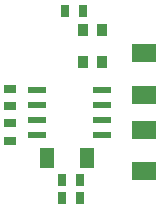
<source format=gtp>
G04*
G04 #@! TF.GenerationSoftware,Altium Limited,Altium Designer,23.11.1 (41)*
G04*
G04 Layer_Color=8421504*
%FSLAX44Y44*%
%MOMM*%
G71*
G04*
G04 #@! TF.SameCoordinates,663EB88F-05E0-4BFF-A99C-D42E022A2D9A*
G04*
G04*
G04 #@! TF.FilePolarity,Positive*
G04*
G01*
G75*
%ADD13R,1.1500X1.8000*%
%ADD14R,0.9500X1.0000*%
%ADD15R,2.0000X1.5000*%
%ADD16R,1.0000X0.7500*%
%ADD17R,0.7500X1.0000*%
%ADD18R,1.5000X0.6000*%
D13*
X92000Y111760D02*
D03*
X58000D02*
D03*
D14*
X89090Y220000D02*
D03*
X105090D02*
D03*
X89090Y193040D02*
D03*
X105090D02*
D03*
D15*
X140000Y165000D02*
D03*
Y100000D02*
D03*
Y135000D02*
D03*
Y200000D02*
D03*
D16*
X26670Y140850D02*
D03*
Y125850D02*
D03*
Y155060D02*
D03*
Y170060D02*
D03*
D17*
X71240Y92710D02*
D03*
X86240D02*
D03*
X88780Y236220D02*
D03*
X73780D02*
D03*
X71240Y77470D02*
D03*
X86240D02*
D03*
D18*
X50090Y168910D02*
D03*
Y156210D02*
D03*
Y143510D02*
D03*
Y130810D02*
D03*
X105090Y168910D02*
D03*
Y156210D02*
D03*
Y143510D02*
D03*
Y130810D02*
D03*
M02*

</source>
